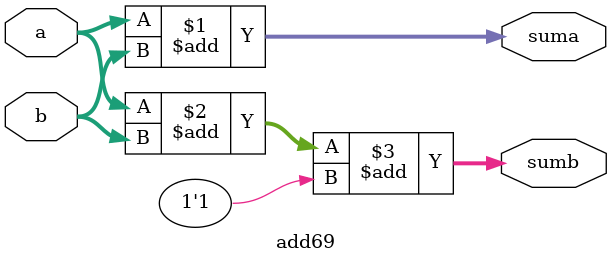
<source format=v>
module mpadderC (
  input wire clk,
  input wire reset,
  input wire [1028:0] in_a,     //1029bits
  input wire [1028:0] in_b,     //1029bits
  output wire [1029:0] result   //1030bits
);

    wire [1028:0] MuxB = in_b;
    wire [1029:0] Sum;
    
    
    wire [1029:0] sumA;
    wire [1029:64] sumB;
    
    wire [14:0] carryA;
    wire [14:1] carryB;
    
    wire carry1;
    wire carry2;
    wire carry3;
    wire carry4;
    wire carry5;
    wire carry6;
    wire carry7;
    wire carry8;
    wire carry9;
    wire carry10;
    wire carry11;
    wire carry12;
    wire carry13;
    wire carry14;
    wire carry15;
    
  assign {carryA[0],sumA[63:0]} = in_a[63:0] + MuxB[63:0];   
  //assign {carryB[0],sumB[63:0]} = 65'b0;
  add64p A2(in_a[127:64], MuxB[127:64],sumA[127:64], carryA[1], sumB[127:64], carryB[1]);
  add64p A3(in_a[191:128], MuxB[191:128],sumA[191:128], carryA[2], sumB[191:128], carryB[2]);
  add64p A4(in_a[255:192], MuxB[255:192],sumA[255:192], carryA[3], sumB[255:192], carryB[3]);
  add64p A5(in_a[319:256], MuxB[319:256],sumA[319:256], carryA[4], sumB[319:256], carryB[4]);
  add64p A6(in_a[383:320], MuxB[383:320],sumA[383:320], carryA[5], sumB[383:320], carryB[5]);
  add64p A7(in_a[447:384], MuxB[447:384],sumA[447:384], carryA[6], sumB[447:384], carryB[6]);
  add64p A8(in_a[511:448], MuxB[511:448],sumA[511:448], carryA[7], sumB[511:448], carryB[7]);
  add64p A9(in_a[575:512], MuxB[575:512],sumA[575:512], carryA[8], sumB[575:512], carryB[8]);
  add64p A10(in_a[639:576], MuxB[639:576],sumA[639:576], carryA[9], sumB[639:576], carryB[9]);
  add64p A11(in_a[703:640], MuxB[703:640],sumA[703:640], carryA[10], sumB[703:640], carryB[10]);
  add64p A12(in_a[767:704], MuxB[767:704],sumA[767:704], carryA[11], sumB[767:704], carryB[11]);
  add64p A13(in_a[831:768], MuxB[831:768],sumA[831:768], carryA[12], sumB[831:768], carryB[12]);
  add64p A14(in_a[895:832], MuxB[895:832],sumA[895:832], carryA[13], sumB[895:832], carryB[13]);
  add64p A15(in_a[959:896], MuxB[959:896],sumA[959:896], carryA[14], sumB[959:896], carryB[14]);
  add69 A16(in_a[1028:960], MuxB[1028:960],sumA[1029:960], sumB[1029:960]);
  

    


  reg [1029:0] regA;
  reg [1029:64] regB;
  reg [14:0] regcA;
  reg [14:1] regcB;
  always @(posedge clk) 
  begin
    if (reset) begin
        regA <= 1030'b0;
        regB <= 1030'b0;
        regcA <= 15'b0;
        regcB <= 15'b0;
    end else begin
        regA <= sumA;
        regB <= sumB;
        regcA <= carryA;
        regcB <= carryB;
    end
  end  
  
    assign carry1 = regcA[0];
    assign carry2 = carry1? regcB[1]: regcA[1];
    assign carry3 = carry2? regcB[2]: regcA[2];
    assign carry4 = carry3? regcB[3]: regcA[3];
    assign carry5 = carry4? regcB[4]: regcA[4];
    assign carry6 = carry5? regcB[5]: regcA[5];
    assign carry7 = carry6? regcB[6]: regcA[6];
    assign carry8 = carry7? regcB[7]: regcA[7];
    assign carry9 = carry8? regcB[8]: regcA[8];
    assign carry10 = carry9? regcB[9]: regcA[9];
    assign carry11 = carry10? regcB[10]: regcA[10];
    assign carry12 = carry11? regcB[11]: regcA[11];
    assign carry13 = carry12? regcB[12]: regcA[12];
    assign carry14 = carry13? regcB[13]: regcA[13];
    assign carry15 = carry14? regcB[14]: regcA[14];
  
    assign Sum[63:0] = regA[63:0];
    assign Sum[127:64] = carry1? regB[127:64]: regA[127:64];
    assign Sum[191:128] = carry2? regB[191:128]: regA[191:128];
    assign Sum[255:192] = carry3? regB[255:192]: regA[255:192];
    assign Sum[319:256] = carry4? regB[319:256]: regA[319:256];
    assign Sum[383:320] = carry5? regB[383:320]: regA[383:320];
    assign Sum[447:384] = carry6? regB[447:384]: regA[447:384];
    assign Sum[511:448] = carry7? regB[511:448]: regA[511:448];
    assign Sum[575:512] = carry8? regB[575:512]: regA[575:512];
    assign Sum[639:576] = carry9? regB[639:576]: regA[639:576];
    assign Sum[703:640] = carry10? regB[703:640]: regA[703:640];
    assign Sum[767:704] = carry11? regB[767:704]: regA[767:704];
    assign Sum[831:768] = carry12? regB[831:768]: regA[831:768];
    assign Sum[895:832] = carry13? regB[895:832]: regA[895:832];
    assign Sum[959:896] = carry14? regB[959:896]: regA[959:896];
    assign Sum[1029:960] = carry15? regB[1029:960]: regA[1029:960];
  

  assign result = Sum;


endmodule

module add64p(
    input wire [63:0] a,
    input wire [63:0] b,
    output wire [63:0] suma,
    output wire carrya,
    output wire [63:0] sumb,
    output wire carryb
    );
    
    assign {carrya, suma} = a+b;
    assign {carryb, sumb} = a+b+1'b1;
    
    
endmodule

module add69(
    input wire [68:0] a,
    input wire [68:0] b,
    output wire [69:0] suma,
    output wire [69:0] sumb
    );
    
    assign suma= a+b;
    assign sumb = a+b+1'b1;
    
    
endmodule

</source>
